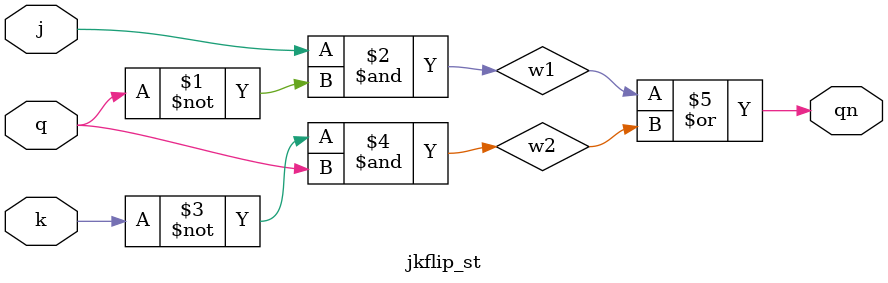
<source format=v>


module sr_st(s,r,q,q_n);
input s, r;
output q, q_n;
or g1(q_n,~s,~q);
or g2(q,~r,~q_n);
endmodule


//T Flip Flop
//Structural Modeling

module t_st(q,q1,t,c);
output q,q1;
input t,c;
wire w1,w2;
assign w1=t&c&q;
assign w2=t&c&q1;
assign q=~(w1|q1);
assign q1=~(w2|q);
endmodule


//D Flip Flop
//Structural Modeling
module dff_df(d,c,q,q1);
input d,c;
output q,q1;
and g1(w1,d,c); 
and g2(w2,~d,c); 
nor g3(q,w1,q1); 
nor g4(q1,w2,q); 
endmodule



//JK Flip Flop
//Structural Modeling
module jkflip_st(j,k,q,qn);
input j,k,q;
output qn;
and g1(w1,j,~q); 
and g2(w2,~k,q); 
or g3(qn,w1,w2); 
endmodule

</source>
